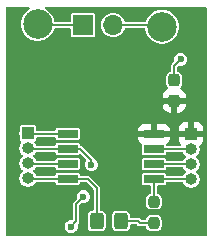
<source format=gbr>
G04 #@! TF.GenerationSoftware,KiCad,Pcbnew,8.0.1*
G04 #@! TF.CreationDate,2025-03-18T23:24:49-06:00*
G04 #@! TF.ProjectId,AlcoholSensor_Rev3,416c636f-686f-46c5-9365-6e736f725f52,rev?*
G04 #@! TF.SameCoordinates,Original*
G04 #@! TF.FileFunction,Copper,L1,Top*
G04 #@! TF.FilePolarity,Positive*
%FSLAX46Y46*%
G04 Gerber Fmt 4.6, Leading zero omitted, Abs format (unit mm)*
G04 Created by KiCad (PCBNEW 8.0.1) date 2025-03-18 23:24:49*
%MOMM*%
%LPD*%
G01*
G04 APERTURE LIST*
G04 Aperture macros list*
%AMRoundRect*
0 Rectangle with rounded corners*
0 $1 Rounding radius*
0 $2 $3 $4 $5 $6 $7 $8 $9 X,Y pos of 4 corners*
0 Add a 4 corners polygon primitive as box body*
4,1,4,$2,$3,$4,$5,$6,$7,$8,$9,$2,$3,0*
0 Add four circle primitives for the rounded corners*
1,1,$1+$1,$2,$3*
1,1,$1+$1,$4,$5*
1,1,$1+$1,$6,$7*
1,1,$1+$1,$8,$9*
0 Add four rect primitives between the rounded corners*
20,1,$1+$1,$2,$3,$4,$5,0*
20,1,$1+$1,$4,$5,$6,$7,0*
20,1,$1+$1,$6,$7,$8,$9,0*
20,1,$1+$1,$8,$9,$2,$3,0*%
G04 Aperture macros list end*
G04 #@! TA.AperFunction,SMDPad,CuDef*
%ADD10RoundRect,0.237500X-0.237500X0.300000X-0.237500X-0.300000X0.237500X-0.300000X0.237500X0.300000X0*%
G04 #@! TD*
G04 #@! TA.AperFunction,SMDPad,CuDef*
%ADD11RoundRect,0.237500X0.237500X-0.250000X0.237500X0.250000X-0.237500X0.250000X-0.237500X-0.250000X0*%
G04 #@! TD*
G04 #@! TA.AperFunction,ComponentPad*
%ADD12C,2.500000*%
G04 #@! TD*
G04 #@! TA.AperFunction,ComponentPad*
%ADD13R,1.000000X1.000000*%
G04 #@! TD*
G04 #@! TA.AperFunction,ComponentPad*
%ADD14O,1.000000X1.000000*%
G04 #@! TD*
G04 #@! TA.AperFunction,SMDPad,CuDef*
%ADD15R,1.700000X0.650000*%
G04 #@! TD*
G04 #@! TA.AperFunction,SMDPad,CuDef*
%ADD16RoundRect,0.250000X-0.325000X-0.450000X0.325000X-0.450000X0.325000X0.450000X-0.325000X0.450000X0*%
G04 #@! TD*
G04 #@! TA.AperFunction,ComponentPad*
%ADD17R,1.700000X1.700000*%
G04 #@! TD*
G04 #@! TA.AperFunction,ComponentPad*
%ADD18O,1.700000X1.700000*%
G04 #@! TD*
G04 #@! TA.AperFunction,ViaPad*
%ADD19C,0.600000*%
G04 #@! TD*
G04 #@! TA.AperFunction,Conductor*
%ADD20C,0.152400*%
G04 #@! TD*
G04 APERTURE END LIST*
D10*
X186120000Y-75495000D03*
X186120000Y-77220000D03*
D11*
X184410000Y-87590000D03*
X184410000Y-85765000D03*
D12*
X174560000Y-70740000D03*
D13*
X187550000Y-80050000D03*
D14*
X187550000Y-81320000D03*
X187550000Y-82590000D03*
X187550000Y-83860000D03*
D12*
X185090000Y-70960000D03*
D13*
X173740000Y-79980000D03*
D14*
X173740000Y-81250000D03*
X173740000Y-82520000D03*
X173740000Y-83790000D03*
D15*
X177110000Y-80040000D03*
X177110000Y-81310000D03*
X177110000Y-82580000D03*
X177110000Y-83850000D03*
X184410000Y-83850000D03*
X184410000Y-82580000D03*
X184410000Y-81310000D03*
X184410000Y-80040000D03*
D16*
X179560000Y-87410000D03*
X181610000Y-87410000D03*
D17*
X178420000Y-70830000D03*
D18*
X180960000Y-70830000D03*
D19*
X186660000Y-73720000D03*
X179100000Y-82640000D03*
X178440000Y-85350000D03*
X177400000Y-87900000D03*
D20*
X186120000Y-74260000D02*
X186660000Y-73720000D01*
X186120000Y-75495000D02*
X186120000Y-74260000D01*
X185390000Y-77220000D02*
X186120000Y-77220000D01*
X184410000Y-78200000D02*
X185390000Y-77220000D01*
X184410000Y-80040000D02*
X184410000Y-78200000D01*
X183230000Y-87590000D02*
X183050000Y-87410000D01*
X183050000Y-87410000D02*
X181610000Y-87410000D01*
X184410000Y-87590000D02*
X183230000Y-87590000D01*
X177110000Y-80040000D02*
X173800000Y-80040000D01*
X173800000Y-80040000D02*
X173740000Y-79980000D01*
X177110000Y-82580000D02*
X173800000Y-82580000D01*
X173800000Y-82580000D02*
X173740000Y-82520000D01*
X184410000Y-82580000D02*
X187540000Y-82580000D01*
X187540000Y-82580000D02*
X187550000Y-82590000D01*
X173800000Y-81310000D02*
X173740000Y-81250000D01*
X179100000Y-82230000D02*
X178180000Y-81310000D01*
X177110000Y-81310000D02*
X173800000Y-81310000D01*
X179100000Y-82640000D02*
X179100000Y-82230000D01*
X178180000Y-81310000D02*
X177110000Y-81310000D01*
X178420000Y-70830000D02*
X174650000Y-70830000D01*
X174650000Y-70830000D02*
X174560000Y-70740000D01*
X177400000Y-87900000D02*
X177850000Y-87450000D01*
X177850000Y-87450000D02*
X177850000Y-85940000D01*
X177850000Y-85940000D02*
X178440000Y-85350000D01*
X184410000Y-81310000D02*
X187540000Y-81310000D01*
X187540000Y-81310000D02*
X187550000Y-81320000D01*
X184410000Y-85765000D02*
X184410000Y-83850000D01*
X184420000Y-83860000D02*
X184410000Y-83850000D01*
X187550000Y-83860000D02*
X184420000Y-83860000D01*
X178790000Y-83850000D02*
X177110000Y-83850000D01*
X173800000Y-83850000D02*
X173740000Y-83790000D01*
X177110000Y-83850000D02*
X173800000Y-83850000D01*
X184960000Y-70830000D02*
X185090000Y-70960000D01*
X180960000Y-70830000D02*
X184960000Y-70830000D01*
X179560000Y-84620000D02*
X178790000Y-83850000D01*
X179560000Y-87410000D02*
X179560000Y-84620000D01*
X187540000Y-80040000D02*
X187550000Y-80050000D01*
X184410000Y-80040000D02*
X187540000Y-80040000D01*
G04 #@! TA.AperFunction,Conductor*
G36*
X173861049Y-69285185D02*
G01*
X173906804Y-69337989D01*
X173916748Y-69407147D01*
X173887723Y-69470703D01*
X173853029Y-69498554D01*
X173829702Y-69511177D01*
X173776114Y-69540178D01*
X173776108Y-69540182D01*
X173589329Y-69685558D01*
X173589326Y-69685561D01*
X173429003Y-69859718D01*
X173299543Y-70057873D01*
X173204458Y-70274644D01*
X173146351Y-70504107D01*
X173126805Y-70739994D01*
X173126805Y-70740005D01*
X173146351Y-70975892D01*
X173200782Y-71190840D01*
X173204459Y-71205358D01*
X173213258Y-71225417D01*
X173299543Y-71422126D01*
X173429003Y-71620281D01*
X173429006Y-71620285D01*
X173429008Y-71620287D01*
X173589323Y-71794436D01*
X173589326Y-71794438D01*
X173589329Y-71794441D01*
X173776108Y-71939817D01*
X173776114Y-71939821D01*
X173776117Y-71939823D01*
X173984292Y-72052482D01*
X174208171Y-72129340D01*
X174441648Y-72168300D01*
X174678352Y-72168300D01*
X174911829Y-72129340D01*
X175135708Y-72052482D01*
X175343883Y-71939823D01*
X175530677Y-71794436D01*
X175690992Y-71620287D01*
X175820457Y-71422125D01*
X175915541Y-71205358D01*
X175922454Y-71178059D01*
X175957994Y-71117904D01*
X176020415Y-71086512D01*
X176042660Y-71084500D01*
X177267701Y-71084500D01*
X177334740Y-71104185D01*
X177380495Y-71156989D01*
X177391701Y-71208500D01*
X177391701Y-71697560D01*
X177402045Y-71749569D01*
X177441453Y-71808547D01*
X177500431Y-71847955D01*
X177500432Y-71847955D01*
X177500433Y-71847956D01*
X177531578Y-71854150D01*
X177552439Y-71858300D01*
X179287560Y-71858299D01*
X179339569Y-71847955D01*
X179398547Y-71808547D01*
X179437955Y-71749569D01*
X179448300Y-71697561D01*
X179448299Y-70830000D01*
X179926724Y-70830000D01*
X179946577Y-71031580D01*
X179946578Y-71031582D01*
X179996420Y-71195892D01*
X180005378Y-71225420D01*
X180100864Y-71404060D01*
X180229363Y-71560636D01*
X180328659Y-71642126D01*
X180385943Y-71689138D01*
X180564582Y-71784623D01*
X180758418Y-71843422D01*
X180960000Y-71863276D01*
X181161582Y-71843422D01*
X181355418Y-71784623D01*
X181534057Y-71689138D01*
X181690636Y-71560636D01*
X181819138Y-71404057D01*
X181914623Y-71225418D01*
X181920708Y-71205358D01*
X181930675Y-71172504D01*
X181968973Y-71114065D01*
X182032785Y-71085609D01*
X182049335Y-71084500D01*
X183552971Y-71084500D01*
X183620010Y-71104185D01*
X183665765Y-71156989D01*
X183674648Y-71190983D01*
X183675508Y-71190840D01*
X183676350Y-71195890D01*
X183734458Y-71425355D01*
X183829543Y-71642126D01*
X183959003Y-71840281D01*
X183959006Y-71840285D01*
X183959008Y-71840287D01*
X184119323Y-72014436D01*
X184119326Y-72014438D01*
X184119329Y-72014441D01*
X184306108Y-72159817D01*
X184306114Y-72159821D01*
X184306117Y-72159823D01*
X184514292Y-72272482D01*
X184738171Y-72349340D01*
X184971648Y-72388300D01*
X185208352Y-72388300D01*
X185441829Y-72349340D01*
X185665708Y-72272482D01*
X185873883Y-72159823D01*
X186060677Y-72014436D01*
X186220992Y-71840287D01*
X186350457Y-71642125D01*
X186445541Y-71425358D01*
X186503648Y-71195896D01*
X186521878Y-70975896D01*
X186523195Y-70960005D01*
X186523195Y-70959994D01*
X186510163Y-70802736D01*
X186503648Y-70724104D01*
X186445541Y-70494642D01*
X186350457Y-70277875D01*
X186348345Y-70274642D01*
X186220996Y-70079718D01*
X186220993Y-70079715D01*
X186220992Y-70079713D01*
X186060677Y-69905564D01*
X186060672Y-69905560D01*
X186060670Y-69905558D01*
X185873891Y-69760182D01*
X185873885Y-69760178D01*
X185665709Y-69647518D01*
X185665700Y-69647515D01*
X185441831Y-69570660D01*
X185208352Y-69531700D01*
X184971648Y-69531700D01*
X184738168Y-69570660D01*
X184514299Y-69647515D01*
X184514290Y-69647518D01*
X184306114Y-69760178D01*
X184306108Y-69760182D01*
X184119329Y-69905558D01*
X184119326Y-69905561D01*
X183959003Y-70079718D01*
X183829543Y-70277873D01*
X183732399Y-70499339D01*
X183730630Y-70498563D01*
X183695061Y-70548779D01*
X183630262Y-70574909D01*
X183618166Y-70575500D01*
X182049335Y-70575500D01*
X181982296Y-70555815D01*
X181936541Y-70503011D01*
X181930675Y-70487496D01*
X181914623Y-70434582D01*
X181914621Y-70434579D01*
X181819138Y-70255943D01*
X181819135Y-70255939D01*
X181690636Y-70099363D01*
X181534060Y-69970864D01*
X181534058Y-69970863D01*
X181534057Y-69970862D01*
X181355418Y-69875377D01*
X181258500Y-69845977D01*
X181161580Y-69816577D01*
X180960000Y-69796724D01*
X180758419Y-69816577D01*
X180564579Y-69875378D01*
X180385939Y-69970864D01*
X180229363Y-70099363D01*
X180100864Y-70255939D01*
X180005378Y-70434579D01*
X179946577Y-70628419D01*
X179926724Y-70830000D01*
X179448299Y-70830000D01*
X179448299Y-69962440D01*
X179437955Y-69910431D01*
X179398547Y-69851453D01*
X179339569Y-69812045D01*
X179339568Y-69812044D01*
X179339567Y-69812044D01*
X179339566Y-69812043D01*
X179287563Y-69801700D01*
X177552441Y-69801700D01*
X177500430Y-69812045D01*
X177461022Y-69838377D01*
X177441455Y-69851452D01*
X177441452Y-69851454D01*
X177402044Y-69910432D01*
X177402043Y-69910433D01*
X177391700Y-69962434D01*
X177391700Y-70451500D01*
X177372015Y-70518539D01*
X177319211Y-70564294D01*
X177267700Y-70575500D01*
X176088241Y-70575500D01*
X176021202Y-70555815D01*
X175975447Y-70503011D01*
X175968035Y-70481940D01*
X175960327Y-70451500D01*
X175915541Y-70274642D01*
X175820457Y-70057875D01*
X175820456Y-70057873D01*
X175690996Y-69859718D01*
X175690993Y-69859715D01*
X175690992Y-69859713D01*
X175530677Y-69685564D01*
X175530672Y-69685560D01*
X175530670Y-69685558D01*
X175343891Y-69540182D01*
X175343885Y-69540178D01*
X175325980Y-69530488D01*
X175266971Y-69498554D01*
X175217382Y-69449335D01*
X175202274Y-69381119D01*
X175226444Y-69315563D01*
X175282220Y-69273482D01*
X175325990Y-69265500D01*
X188765500Y-69265500D01*
X188832539Y-69285185D01*
X188878294Y-69337989D01*
X188889500Y-69389500D01*
X188889500Y-88585500D01*
X188869815Y-88652539D01*
X188817011Y-88698294D01*
X188765500Y-88709500D01*
X172004500Y-88709500D01*
X171937461Y-88689815D01*
X171891706Y-88637011D01*
X171880500Y-88585500D01*
X171880500Y-87900000D01*
X176844750Y-87900000D01*
X176863670Y-88043708D01*
X176863671Y-88043712D01*
X176919137Y-88177622D01*
X176919138Y-88177624D01*
X176919139Y-88177625D01*
X177007379Y-88292621D01*
X177122375Y-88380861D01*
X177256291Y-88436330D01*
X177383280Y-88453048D01*
X177399999Y-88455250D01*
X177400000Y-88455250D01*
X177400001Y-88455250D01*
X177414977Y-88453278D01*
X177543709Y-88436330D01*
X177677625Y-88380861D01*
X177792621Y-88292621D01*
X177880861Y-88177625D01*
X177936330Y-88043709D01*
X177955250Y-87900000D01*
X177940506Y-87788015D01*
X177951271Y-87718983D01*
X177975761Y-87684154D01*
X177976721Y-87683195D01*
X177976724Y-87683193D01*
X177994162Y-87665755D01*
X177994163Y-87665755D01*
X178065755Y-87594163D01*
X178065755Y-87594161D01*
X178065757Y-87594160D01*
X178085127Y-87547393D01*
X178104500Y-87500623D01*
X178104500Y-86096780D01*
X178124185Y-86029741D01*
X178140819Y-86009099D01*
X178224153Y-85925765D01*
X178285476Y-85892280D01*
X178328018Y-85890507D01*
X178404154Y-85900530D01*
X178439999Y-85905250D01*
X178440000Y-85905250D01*
X178440001Y-85905250D01*
X178454977Y-85903278D01*
X178583709Y-85886330D01*
X178717625Y-85830861D01*
X178832621Y-85742621D01*
X178920861Y-85627625D01*
X178976330Y-85493709D01*
X178995250Y-85350000D01*
X178976330Y-85206291D01*
X178938359Y-85114619D01*
X178920862Y-85072377D01*
X178920861Y-85072376D01*
X178920861Y-85072375D01*
X178832621Y-84957379D01*
X178717625Y-84869139D01*
X178717624Y-84869138D01*
X178717622Y-84869137D01*
X178583712Y-84813671D01*
X178583710Y-84813670D01*
X178583709Y-84813670D01*
X178511854Y-84804210D01*
X178440001Y-84794750D01*
X178439999Y-84794750D01*
X178296291Y-84813670D01*
X178296287Y-84813671D01*
X178162377Y-84869137D01*
X178047379Y-84957379D01*
X177959137Y-85072377D01*
X177903671Y-85206287D01*
X177903670Y-85206291D01*
X177884750Y-85349999D01*
X177884750Y-85350002D01*
X177899492Y-85461980D01*
X177888726Y-85531015D01*
X177864234Y-85565846D01*
X177705837Y-85724245D01*
X177634244Y-85795837D01*
X177634242Y-85795839D01*
X177595501Y-85889373D01*
X177595500Y-85889378D01*
X177595500Y-87229093D01*
X177575815Y-87296132D01*
X177523011Y-87341887D01*
X177455315Y-87352032D01*
X177400002Y-87344750D01*
X177399999Y-87344750D01*
X177256291Y-87363670D01*
X177256287Y-87363671D01*
X177122377Y-87419137D01*
X177007379Y-87507379D01*
X176919137Y-87622377D01*
X176863671Y-87756287D01*
X176863670Y-87756291D01*
X176844750Y-87899999D01*
X176844750Y-87900000D01*
X171880500Y-87900000D01*
X171880500Y-83861457D01*
X173014499Y-83861457D01*
X173042379Y-84001614D01*
X173042381Y-84001620D01*
X173097069Y-84133650D01*
X173097074Y-84133659D01*
X173176467Y-84252478D01*
X173176470Y-84252482D01*
X173277517Y-84353529D01*
X173277521Y-84353532D01*
X173396340Y-84432925D01*
X173396346Y-84432928D01*
X173396347Y-84432929D01*
X173528380Y-84487619D01*
X173528384Y-84487619D01*
X173528385Y-84487620D01*
X173668542Y-84515500D01*
X173668545Y-84515500D01*
X173811457Y-84515500D01*
X173905751Y-84496742D01*
X173951620Y-84487619D01*
X174083653Y-84432929D01*
X174202479Y-84353532D01*
X174303532Y-84252479D01*
X174365586Y-84159609D01*
X174419198Y-84114804D01*
X174468688Y-84104500D01*
X175962421Y-84104500D01*
X176029460Y-84124185D01*
X176075215Y-84176989D01*
X176084037Y-84204306D01*
X176092045Y-84244569D01*
X176131453Y-84303547D01*
X176190431Y-84342955D01*
X176190432Y-84342955D01*
X176190433Y-84342956D01*
X176221578Y-84349150D01*
X176242439Y-84353300D01*
X177977560Y-84353299D01*
X178029569Y-84342955D01*
X178088547Y-84303547D01*
X178127955Y-84244569D01*
X178131896Y-84224753D01*
X178135964Y-84204308D01*
X178168349Y-84142397D01*
X178229065Y-84107823D01*
X178257581Y-84104500D01*
X178633220Y-84104500D01*
X178700259Y-84124185D01*
X178720901Y-84140819D01*
X179269181Y-84689098D01*
X179302666Y-84750421D01*
X179305500Y-84776779D01*
X179305500Y-86407700D01*
X179285815Y-86474739D01*
X179233011Y-86520494D01*
X179186266Y-86530687D01*
X179186308Y-86531565D01*
X179183416Y-86531700D01*
X179154479Y-86534412D01*
X179154476Y-86534412D01*
X179154475Y-86534413D01*
X179032608Y-86577056D01*
X179032607Y-86577056D01*
X179032606Y-86577057D01*
X178928725Y-86653725D01*
X178852055Y-86757609D01*
X178809414Y-86879467D01*
X178809412Y-86879479D01*
X178806700Y-86908402D01*
X178806700Y-87911590D01*
X178809412Y-87940520D01*
X178809412Y-87940522D01*
X178809413Y-87940525D01*
X178852056Y-88062392D01*
X178928725Y-88166275D01*
X179032608Y-88242944D01*
X179069346Y-88255799D01*
X179154467Y-88285585D01*
X179154471Y-88285585D01*
X179154475Y-88285587D01*
X179183407Y-88288300D01*
X179936592Y-88288299D01*
X179965525Y-88285587D01*
X180087392Y-88242944D01*
X180191275Y-88166275D01*
X180267944Y-88062392D01*
X180300241Y-87970093D01*
X180310585Y-87940532D01*
X180310585Y-87940529D01*
X180310587Y-87940525D01*
X180313300Y-87911593D01*
X180313300Y-87911590D01*
X180856700Y-87911590D01*
X180859412Y-87940520D01*
X180859412Y-87940522D01*
X180859413Y-87940525D01*
X180902056Y-88062392D01*
X180978725Y-88166275D01*
X181082608Y-88242944D01*
X181119346Y-88255799D01*
X181204467Y-88285585D01*
X181204471Y-88285585D01*
X181204475Y-88285587D01*
X181233407Y-88288300D01*
X181986592Y-88288299D01*
X182015525Y-88285587D01*
X182137392Y-88242944D01*
X182241275Y-88166275D01*
X182317944Y-88062392D01*
X182350241Y-87970093D01*
X182360585Y-87940532D01*
X182360585Y-87940529D01*
X182360587Y-87940525D01*
X182363300Y-87911593D01*
X182363300Y-87788500D01*
X182382985Y-87721461D01*
X182435789Y-87675706D01*
X182487300Y-87664500D01*
X182893220Y-87664500D01*
X182960259Y-87684185D01*
X182980901Y-87700819D01*
X183014245Y-87734163D01*
X183085837Y-87805755D01*
X183151974Y-87833149D01*
X183151977Y-87833151D01*
X183151978Y-87833151D01*
X183163327Y-87837851D01*
X183179376Y-87844500D01*
X183179377Y-87844500D01*
X183646323Y-87844500D01*
X183713362Y-87864185D01*
X183759117Y-87916989D01*
X183768796Y-87949102D01*
X183772119Y-87970086D01*
X183772119Y-87970087D01*
X183772120Y-87970090D01*
X183772121Y-87970091D01*
X183831918Y-88087448D01*
X183831920Y-88087450D01*
X183831922Y-88087453D01*
X183925046Y-88180577D01*
X183925055Y-88180584D01*
X184042406Y-88240378D01*
X184042411Y-88240380D01*
X184139769Y-88255799D01*
X184139775Y-88255800D01*
X184680224Y-88255799D01*
X184777591Y-88240379D01*
X184894948Y-88180582D01*
X184988082Y-88087448D01*
X185047879Y-87970091D01*
X185047879Y-87970090D01*
X185047880Y-87970088D01*
X185063299Y-87872730D01*
X185063300Y-87872725D01*
X185063299Y-87307276D01*
X185047879Y-87209909D01*
X184988082Y-87092552D01*
X184988078Y-87092548D01*
X184988077Y-87092546D01*
X184894953Y-86999422D01*
X184894944Y-86999415D01*
X184777593Y-86939621D01*
X184777588Y-86939619D01*
X184680230Y-86924200D01*
X184139776Y-86924200D01*
X184055721Y-86937512D01*
X184042409Y-86939621D01*
X183925052Y-86999418D01*
X183925051Y-86999419D01*
X183925046Y-86999422D01*
X183831922Y-87092546D01*
X183831915Y-87092555D01*
X183772121Y-87209906D01*
X183772119Y-87209911D01*
X183768796Y-87230898D01*
X183738867Y-87294033D01*
X183679555Y-87330964D01*
X183646323Y-87335500D01*
X183386780Y-87335500D01*
X183319741Y-87315815D01*
X183299098Y-87299181D01*
X183194163Y-87194245D01*
X183194158Y-87194242D01*
X183100626Y-87155501D01*
X183100624Y-87155500D01*
X183100623Y-87155500D01*
X183100621Y-87155500D01*
X182487299Y-87155500D01*
X182420260Y-87135815D01*
X182374505Y-87083011D01*
X182363299Y-87031500D01*
X182363299Y-86908409D01*
X182360587Y-86879479D01*
X182360587Y-86879475D01*
X182317944Y-86757608D01*
X182241275Y-86653725D01*
X182137392Y-86577056D01*
X182137390Y-86577055D01*
X182015532Y-86534414D01*
X182015520Y-86534412D01*
X181986597Y-86531700D01*
X181233409Y-86531700D01*
X181204479Y-86534412D01*
X181204476Y-86534412D01*
X181204475Y-86534413D01*
X181082608Y-86577056D01*
X181082607Y-86577056D01*
X181082606Y-86577057D01*
X180978725Y-86653725D01*
X180902055Y-86757609D01*
X180859414Y-86879467D01*
X180859412Y-86879479D01*
X180856700Y-86908402D01*
X180856700Y-87911590D01*
X180313300Y-87911590D01*
X180313299Y-86908408D01*
X180310587Y-86879475D01*
X180267944Y-86757608D01*
X180191275Y-86653725D01*
X180087392Y-86577056D01*
X180087390Y-86577055D01*
X179965532Y-86534414D01*
X179965520Y-86534412D01*
X179936590Y-86531699D01*
X179933697Y-86531564D01*
X179933755Y-86530306D01*
X179871461Y-86512015D01*
X179825706Y-86459211D01*
X179814500Y-86407700D01*
X179814500Y-84569378D01*
X179814498Y-84569373D01*
X179775757Y-84475839D01*
X179697098Y-84397180D01*
X179697091Y-84397174D01*
X178934162Y-83634244D01*
X178934160Y-83634242D01*
X178840626Y-83595501D01*
X178840624Y-83595500D01*
X178840623Y-83595500D01*
X178840621Y-83595500D01*
X178257579Y-83595500D01*
X178190540Y-83575815D01*
X178144785Y-83523011D01*
X178135962Y-83495692D01*
X178127955Y-83455431D01*
X178088547Y-83396453D01*
X178029569Y-83357045D01*
X178029568Y-83357044D01*
X178029567Y-83357044D01*
X178029566Y-83357043D01*
X177977563Y-83346700D01*
X176242441Y-83346700D01*
X176190430Y-83357045D01*
X176151022Y-83383377D01*
X176131455Y-83396452D01*
X176131452Y-83396454D01*
X176092044Y-83455432D01*
X176092044Y-83455433D01*
X176084036Y-83495692D01*
X176051651Y-83557603D01*
X175990935Y-83592177D01*
X175962419Y-83595500D01*
X174527564Y-83595500D01*
X174460525Y-83575815D01*
X174414770Y-83523011D01*
X174413003Y-83518952D01*
X174382932Y-83446353D01*
X174382925Y-83446340D01*
X174303532Y-83327521D01*
X174303529Y-83327517D01*
X174218693Y-83242681D01*
X174185208Y-83181358D01*
X174190192Y-83111666D01*
X174218693Y-83067319D01*
X174303529Y-82982482D01*
X174303532Y-82982479D01*
X174365586Y-82889609D01*
X174419198Y-82844804D01*
X174468688Y-82834500D01*
X175962421Y-82834500D01*
X176029460Y-82854185D01*
X176075215Y-82906989D01*
X176084037Y-82934306D01*
X176092045Y-82974569D01*
X176131453Y-83033547D01*
X176190431Y-83072955D01*
X176190432Y-83072955D01*
X176190433Y-83072956D01*
X176221578Y-83079150D01*
X176242439Y-83083300D01*
X177977560Y-83083299D01*
X178029569Y-83072955D01*
X178088547Y-83033547D01*
X178127955Y-82974569D01*
X178138300Y-82922561D01*
X178138299Y-82237440D01*
X178127955Y-82185431D01*
X178088547Y-82126453D01*
X178029569Y-82087045D01*
X178029568Y-82087044D01*
X178029567Y-82087044D01*
X178029566Y-82087043D01*
X177977563Y-82076700D01*
X176242441Y-82076700D01*
X176190430Y-82087045D01*
X176162509Y-82105702D01*
X176131455Y-82126452D01*
X176131452Y-82126454D01*
X176092044Y-82185432D01*
X176092044Y-82185433D01*
X176084036Y-82225692D01*
X176051651Y-82287603D01*
X175990935Y-82322177D01*
X175962419Y-82325500D01*
X174527564Y-82325500D01*
X174460525Y-82305815D01*
X174414770Y-82253011D01*
X174413003Y-82248952D01*
X174382932Y-82176353D01*
X174382925Y-82176340D01*
X174303532Y-82057521D01*
X174303529Y-82057517D01*
X174218693Y-81972681D01*
X174185208Y-81911358D01*
X174190192Y-81841666D01*
X174218693Y-81797319D01*
X174303529Y-81712482D01*
X174303532Y-81712479D01*
X174365586Y-81619609D01*
X174419198Y-81574804D01*
X174468688Y-81564500D01*
X175962421Y-81564500D01*
X176029460Y-81584185D01*
X176075215Y-81636989D01*
X176084037Y-81664306D01*
X176092045Y-81704569D01*
X176131453Y-81763547D01*
X176190431Y-81802955D01*
X176190432Y-81802955D01*
X176190433Y-81802956D01*
X176221578Y-81809150D01*
X176242439Y-81813300D01*
X177977560Y-81813299D01*
X178029569Y-81802955D01*
X178088547Y-81763547D01*
X178088551Y-81763540D01*
X178093404Y-81758689D01*
X178154725Y-81725202D01*
X178224417Y-81730184D01*
X178268766Y-81758684D01*
X178438417Y-81928334D01*
X178652229Y-82142146D01*
X178685714Y-82203469D01*
X178680730Y-82273161D01*
X178662924Y-82305313D01*
X178619139Y-82362374D01*
X178619138Y-82362376D01*
X178563671Y-82496287D01*
X178563670Y-82496291D01*
X178544750Y-82640000D01*
X178556811Y-82731614D01*
X178563670Y-82783708D01*
X178563671Y-82783712D01*
X178619137Y-82917622D01*
X178619138Y-82917624D01*
X178619139Y-82917625D01*
X178707379Y-83032621D01*
X178822375Y-83120861D01*
X178956291Y-83176330D01*
X179083280Y-83193048D01*
X179099999Y-83195250D01*
X179100000Y-83195250D01*
X179100001Y-83195250D01*
X179114977Y-83193278D01*
X179243709Y-83176330D01*
X179377625Y-83120861D01*
X179492621Y-83032621D01*
X179580861Y-82917625D01*
X179636330Y-82783709D01*
X179655250Y-82640000D01*
X179636330Y-82496291D01*
X179599350Y-82407013D01*
X179580862Y-82362377D01*
X179580861Y-82362376D01*
X179580861Y-82362375D01*
X179492621Y-82247379D01*
X179377625Y-82159139D01*
X179377623Y-82159138D01*
X179377615Y-82159132D01*
X179372660Y-82156271D01*
X179324447Y-82105702D01*
X179320113Y-82096359D01*
X179315755Y-82085837D01*
X179244163Y-82014245D01*
X179237098Y-82007180D01*
X179237091Y-82007174D01*
X178324162Y-81094244D01*
X178324160Y-81094242D01*
X178219340Y-81050826D01*
X178220130Y-81048918D01*
X178172082Y-81023784D01*
X178137509Y-80963067D01*
X178136575Y-80958775D01*
X178127955Y-80915431D01*
X178088547Y-80856453D01*
X178029569Y-80817045D01*
X178029568Y-80817044D01*
X178029567Y-80817044D01*
X178029566Y-80817043D01*
X177977563Y-80806700D01*
X176242441Y-80806700D01*
X176190430Y-80817045D01*
X176151022Y-80843377D01*
X176131455Y-80856452D01*
X176131452Y-80856454D01*
X176092044Y-80915432D01*
X176092044Y-80915433D01*
X176084036Y-80955692D01*
X176051651Y-81017603D01*
X175990935Y-81052177D01*
X175962419Y-81055500D01*
X174527564Y-81055500D01*
X174460525Y-81035815D01*
X174414770Y-80983011D01*
X174413003Y-80978952D01*
X174382932Y-80906353D01*
X174382925Y-80906340D01*
X174309815Y-80796924D01*
X174288937Y-80730247D01*
X174307421Y-80662867D01*
X174344024Y-80624932D01*
X174368547Y-80608547D01*
X174407955Y-80549569D01*
X174409203Y-80543299D01*
X174418299Y-80497565D01*
X174418300Y-80497562D01*
X174418300Y-80418500D01*
X174437985Y-80351461D01*
X174490789Y-80305706D01*
X174542300Y-80294500D01*
X175962421Y-80294500D01*
X176029460Y-80314185D01*
X176075215Y-80366989D01*
X176084037Y-80394306D01*
X176092045Y-80434569D01*
X176131453Y-80493547D01*
X176190431Y-80532955D01*
X176190432Y-80532955D01*
X176190433Y-80532956D01*
X176221578Y-80539150D01*
X176242439Y-80543300D01*
X177977560Y-80543299D01*
X178029569Y-80532955D01*
X178088547Y-80493547D01*
X178127955Y-80434569D01*
X178131152Y-80418500D01*
X178132277Y-80412844D01*
X183060000Y-80412844D01*
X183066401Y-80472372D01*
X183066403Y-80472379D01*
X183116645Y-80607086D01*
X183116649Y-80607093D01*
X183202809Y-80722187D01*
X183202812Y-80722190D01*
X183317910Y-80808353D01*
X183324028Y-80811694D01*
X183373434Y-80861099D01*
X183388286Y-80929372D01*
X183386220Y-80944713D01*
X183383431Y-80958740D01*
X183381700Y-80967440D01*
X183381700Y-81652558D01*
X183384038Y-81664312D01*
X183392045Y-81704569D01*
X183431453Y-81763547D01*
X183490431Y-81802955D01*
X183490432Y-81802955D01*
X183490433Y-81802956D01*
X183521578Y-81809150D01*
X183542439Y-81813300D01*
X185277560Y-81813299D01*
X185329569Y-81802955D01*
X185388547Y-81763547D01*
X185427955Y-81704569D01*
X185435963Y-81664312D01*
X185435964Y-81664308D01*
X185468349Y-81602397D01*
X185529065Y-81567823D01*
X185557581Y-81564500D01*
X186783146Y-81564500D01*
X186850185Y-81584185D01*
X186895940Y-81636989D01*
X186897707Y-81641047D01*
X186907069Y-81663649D01*
X186907074Y-81663659D01*
X186986467Y-81782478D01*
X186986470Y-81782482D01*
X187071307Y-81867319D01*
X187104792Y-81928642D01*
X187099808Y-81998334D01*
X187071307Y-82042681D01*
X186986470Y-82127517D01*
X186986467Y-82127521D01*
X186907074Y-82246340D01*
X186907066Y-82246354D01*
X186905989Y-82248957D01*
X186905060Y-82250109D01*
X186904201Y-82251717D01*
X186903896Y-82251554D01*
X186862146Y-82303359D01*
X186795851Y-82325421D01*
X186791430Y-82325500D01*
X185557579Y-82325500D01*
X185490540Y-82305815D01*
X185444785Y-82253011D01*
X185435962Y-82225692D01*
X185427955Y-82185431D01*
X185388547Y-82126453D01*
X185329569Y-82087045D01*
X185329568Y-82087044D01*
X185329567Y-82087044D01*
X185329566Y-82087043D01*
X185277563Y-82076700D01*
X183542441Y-82076700D01*
X183490430Y-82087045D01*
X183462509Y-82105702D01*
X183431455Y-82126452D01*
X183431452Y-82126454D01*
X183392044Y-82185432D01*
X183392043Y-82185433D01*
X183381700Y-82237434D01*
X183381700Y-82922558D01*
X183384038Y-82934312D01*
X183392045Y-82974569D01*
X183431453Y-83033547D01*
X183490431Y-83072955D01*
X183490432Y-83072955D01*
X183490433Y-83072956D01*
X183521578Y-83079150D01*
X183542439Y-83083300D01*
X185277560Y-83083299D01*
X185329569Y-83072955D01*
X185388547Y-83033547D01*
X185427955Y-82974569D01*
X185435963Y-82934312D01*
X185435964Y-82934308D01*
X185468349Y-82872397D01*
X185529065Y-82837823D01*
X185557581Y-82834500D01*
X186783146Y-82834500D01*
X186850185Y-82854185D01*
X186895940Y-82906989D01*
X186897707Y-82911047D01*
X186907069Y-82933649D01*
X186907074Y-82933659D01*
X186986467Y-83052478D01*
X186986470Y-83052482D01*
X187071307Y-83137319D01*
X187104792Y-83198642D01*
X187099808Y-83268334D01*
X187071307Y-83312681D01*
X186986470Y-83397517D01*
X186986467Y-83397521D01*
X186907073Y-83516342D01*
X186907071Y-83516347D01*
X186901849Y-83528952D01*
X186858011Y-83583355D01*
X186791717Y-83605421D01*
X186787289Y-83605500D01*
X185559568Y-83605500D01*
X185492529Y-83585815D01*
X185446774Y-83533011D01*
X185437951Y-83505692D01*
X185427955Y-83455431D01*
X185388547Y-83396453D01*
X185329569Y-83357045D01*
X185329568Y-83357044D01*
X185329567Y-83357044D01*
X185329566Y-83357043D01*
X185277563Y-83346700D01*
X183542441Y-83346700D01*
X183490430Y-83357045D01*
X183451022Y-83383377D01*
X183431455Y-83396452D01*
X183431452Y-83396454D01*
X183392044Y-83455432D01*
X183392043Y-83455433D01*
X183381700Y-83507434D01*
X183381700Y-84192558D01*
X183384038Y-84204312D01*
X183392045Y-84244569D01*
X183431453Y-84303547D01*
X183490431Y-84342955D01*
X183490432Y-84342955D01*
X183490433Y-84342956D01*
X183521578Y-84349150D01*
X183542439Y-84353300D01*
X184031500Y-84353299D01*
X184098539Y-84372983D01*
X184144294Y-84425787D01*
X184155500Y-84477299D01*
X184155500Y-84990803D01*
X184135815Y-85057842D01*
X184083011Y-85103597D01*
X184050898Y-85113276D01*
X184042412Y-85114619D01*
X183984894Y-85143926D01*
X183925052Y-85174418D01*
X183925051Y-85174419D01*
X183925046Y-85174422D01*
X183831922Y-85267546D01*
X183831915Y-85267555D01*
X183772121Y-85384906D01*
X183772119Y-85384911D01*
X183756700Y-85482269D01*
X183756700Y-86047723D01*
X183764470Y-86096780D01*
X183772121Y-86145091D01*
X183831918Y-86262448D01*
X183831920Y-86262450D01*
X183831922Y-86262453D01*
X183925046Y-86355577D01*
X183925055Y-86355584D01*
X184042406Y-86415378D01*
X184042411Y-86415380D01*
X184139769Y-86430799D01*
X184139775Y-86430800D01*
X184680224Y-86430799D01*
X184777591Y-86415379D01*
X184894948Y-86355582D01*
X184988082Y-86262448D01*
X185047879Y-86145091D01*
X185047879Y-86145090D01*
X185047880Y-86145088D01*
X185063299Y-86047730D01*
X185063300Y-86047725D01*
X185063299Y-85482276D01*
X185047879Y-85384909D01*
X184988082Y-85267552D01*
X184988078Y-85267548D01*
X184988077Y-85267546D01*
X184894953Y-85174422D01*
X184894944Y-85174415D01*
X184777593Y-85114621D01*
X184777590Y-85114620D01*
X184769097Y-85113275D01*
X184705963Y-85083342D01*
X184669035Y-85024029D01*
X184664500Y-84990802D01*
X184664500Y-84477299D01*
X184684185Y-84410260D01*
X184736989Y-84364505D01*
X184788500Y-84353299D01*
X185277558Y-84353299D01*
X185277560Y-84353299D01*
X185329569Y-84342955D01*
X185388547Y-84303547D01*
X185427955Y-84244569D01*
X185430656Y-84230985D01*
X185433975Y-84214308D01*
X185466360Y-84152397D01*
X185527076Y-84117823D01*
X185555592Y-84114500D01*
X186787289Y-84114500D01*
X186854328Y-84134185D01*
X186900083Y-84186989D01*
X186901836Y-84191016D01*
X186902477Y-84192561D01*
X186907073Y-84203657D01*
X186986467Y-84322478D01*
X186986470Y-84322482D01*
X187087517Y-84423529D01*
X187087521Y-84423532D01*
X187206340Y-84502925D01*
X187206346Y-84502928D01*
X187206347Y-84502929D01*
X187338380Y-84557619D01*
X187338384Y-84557619D01*
X187338385Y-84557620D01*
X187478542Y-84585500D01*
X187478545Y-84585500D01*
X187621457Y-84585500D01*
X187715751Y-84566742D01*
X187761620Y-84557619D01*
X187893653Y-84502929D01*
X188012479Y-84423532D01*
X188113532Y-84322479D01*
X188192929Y-84203653D01*
X188247619Y-84071620D01*
X188275500Y-83931455D01*
X188275500Y-83788545D01*
X188275500Y-83788542D01*
X188247620Y-83648385D01*
X188247619Y-83648384D01*
X188247619Y-83648380D01*
X188205318Y-83546258D01*
X188192930Y-83516349D01*
X188192925Y-83516340D01*
X188113532Y-83397521D01*
X188113529Y-83397517D01*
X188028693Y-83312681D01*
X187995208Y-83251358D01*
X188000192Y-83181666D01*
X188028693Y-83137319D01*
X188113529Y-83052482D01*
X188113532Y-83052479D01*
X188192929Y-82933653D01*
X188247619Y-82801620D01*
X188275500Y-82661455D01*
X188275500Y-82518545D01*
X188275500Y-82518542D01*
X188247620Y-82378385D01*
X188247619Y-82378384D01*
X188247619Y-82378380D01*
X188194008Y-82248952D01*
X188192930Y-82246349D01*
X188192925Y-82246340D01*
X188113532Y-82127521D01*
X188113529Y-82127517D01*
X188028693Y-82042681D01*
X187995208Y-81981358D01*
X188000192Y-81911666D01*
X188028693Y-81867319D01*
X188113529Y-81782482D01*
X188113532Y-81782479D01*
X188192929Y-81663653D01*
X188247619Y-81531620D01*
X188275500Y-81391455D01*
X188275500Y-81248545D01*
X188275500Y-81248542D01*
X188248711Y-81113870D01*
X188254938Y-81044278D01*
X188296017Y-80990411D01*
X188407191Y-80907186D01*
X188493350Y-80792093D01*
X188493354Y-80792086D01*
X188543596Y-80657379D01*
X188543598Y-80657372D01*
X188549999Y-80597844D01*
X188550000Y-80597827D01*
X188550000Y-80300000D01*
X187759618Y-80300000D01*
X187810064Y-80249554D01*
X187852851Y-80175445D01*
X187875000Y-80092787D01*
X187875000Y-80007213D01*
X187852851Y-79924555D01*
X187810064Y-79850446D01*
X187749554Y-79789936D01*
X187675445Y-79747149D01*
X187592787Y-79725000D01*
X187507213Y-79725000D01*
X187424555Y-79747149D01*
X187350446Y-79789936D01*
X187289936Y-79850446D01*
X187247149Y-79924555D01*
X187225000Y-80007213D01*
X187225000Y-80092787D01*
X187247149Y-80175445D01*
X187289936Y-80249554D01*
X187340382Y-80300000D01*
X186550000Y-80300000D01*
X186550000Y-80597844D01*
X186556401Y-80657372D01*
X186556403Y-80657379D01*
X186606645Y-80792086D01*
X186606646Y-80792088D01*
X186655381Y-80857189D01*
X186679798Y-80922653D01*
X186664947Y-80990926D01*
X186615542Y-81040332D01*
X186556114Y-81055500D01*
X185557579Y-81055500D01*
X185490540Y-81035815D01*
X185444785Y-80983011D01*
X185435963Y-80955698D01*
X185433779Y-80944715D01*
X185440006Y-80875127D01*
X185482868Y-80819949D01*
X185495976Y-80811690D01*
X185502095Y-80808348D01*
X185617187Y-80722190D01*
X185617190Y-80722187D01*
X185703350Y-80607093D01*
X185703354Y-80607086D01*
X185753596Y-80472379D01*
X185753598Y-80472372D01*
X185759999Y-80412844D01*
X185760000Y-80412827D01*
X185760000Y-80290000D01*
X183060000Y-80290000D01*
X183060000Y-80412844D01*
X178132277Y-80412844D01*
X178138299Y-80382565D01*
X178138300Y-80382561D01*
X178138299Y-79800000D01*
X186550000Y-79800000D01*
X187300000Y-79800000D01*
X187300000Y-79050000D01*
X187800000Y-79050000D01*
X187800000Y-79800000D01*
X188550000Y-79800000D01*
X188550000Y-79502172D01*
X188549999Y-79502155D01*
X188543598Y-79442627D01*
X188543596Y-79442620D01*
X188493354Y-79307913D01*
X188493350Y-79307906D01*
X188407190Y-79192812D01*
X188407187Y-79192809D01*
X188292093Y-79106649D01*
X188292086Y-79106645D01*
X188157379Y-79056403D01*
X188157372Y-79056401D01*
X188097844Y-79050000D01*
X187800000Y-79050000D01*
X187300000Y-79050000D01*
X187002155Y-79050000D01*
X186942627Y-79056401D01*
X186942620Y-79056403D01*
X186807913Y-79106645D01*
X186807906Y-79106649D01*
X186692812Y-79192809D01*
X186692809Y-79192812D01*
X186606649Y-79307906D01*
X186606645Y-79307913D01*
X186556403Y-79442620D01*
X186556401Y-79442627D01*
X186550000Y-79502155D01*
X186550000Y-79800000D01*
X178138299Y-79800000D01*
X178138299Y-79790000D01*
X183060000Y-79790000D01*
X184160000Y-79790000D01*
X184160000Y-79215000D01*
X184660000Y-79215000D01*
X184660000Y-79790000D01*
X185760000Y-79790000D01*
X185760000Y-79667172D01*
X185759999Y-79667155D01*
X185753598Y-79607627D01*
X185753596Y-79607620D01*
X185703354Y-79472913D01*
X185703350Y-79472906D01*
X185617190Y-79357812D01*
X185617187Y-79357809D01*
X185502093Y-79271649D01*
X185502086Y-79271645D01*
X185367379Y-79221403D01*
X185367372Y-79221401D01*
X185307844Y-79215000D01*
X184660000Y-79215000D01*
X184160000Y-79215000D01*
X183512155Y-79215000D01*
X183452627Y-79221401D01*
X183452620Y-79221403D01*
X183317913Y-79271645D01*
X183317906Y-79271649D01*
X183202812Y-79357809D01*
X183202809Y-79357812D01*
X183116649Y-79472906D01*
X183116645Y-79472913D01*
X183066403Y-79607620D01*
X183066401Y-79607627D01*
X183060000Y-79667155D01*
X183060000Y-79790000D01*
X178138299Y-79790000D01*
X178138299Y-79697440D01*
X178127955Y-79645431D01*
X178088547Y-79586453D01*
X178029569Y-79547045D01*
X178029568Y-79547044D01*
X178029567Y-79547044D01*
X178029566Y-79547043D01*
X177977563Y-79536700D01*
X176242441Y-79536700D01*
X176190430Y-79547045D01*
X176151022Y-79573377D01*
X176131455Y-79586452D01*
X176131452Y-79586454D01*
X176092044Y-79645432D01*
X176092044Y-79645433D01*
X176084036Y-79685692D01*
X176051651Y-79747603D01*
X175990935Y-79782177D01*
X175962419Y-79785500D01*
X174542299Y-79785500D01*
X174475260Y-79765815D01*
X174429505Y-79713011D01*
X174418299Y-79661500D01*
X174418299Y-79462441D01*
X174407955Y-79410433D01*
X174407955Y-79410431D01*
X174368547Y-79351453D01*
X174309569Y-79312045D01*
X174309568Y-79312044D01*
X174309567Y-79312044D01*
X174309566Y-79312043D01*
X174257565Y-79301700D01*
X174257561Y-79301700D01*
X174022925Y-79301700D01*
X173975472Y-79292261D01*
X173951620Y-79282381D01*
X173951614Y-79282379D01*
X173811457Y-79254500D01*
X173811455Y-79254500D01*
X173668545Y-79254500D01*
X173668543Y-79254500D01*
X173528381Y-79282380D01*
X173528378Y-79282381D01*
X173504523Y-79292262D01*
X173457073Y-79301700D01*
X173222441Y-79301700D01*
X173170430Y-79312045D01*
X173131022Y-79338377D01*
X173111455Y-79351452D01*
X173111452Y-79351454D01*
X173072044Y-79410432D01*
X173072043Y-79410433D01*
X173061700Y-79462434D01*
X173061700Y-79697075D01*
X173052262Y-79744523D01*
X173042381Y-79768380D01*
X173042380Y-79768383D01*
X173042379Y-79768386D01*
X173014500Y-79908542D01*
X173014500Y-79908545D01*
X173014500Y-80051455D01*
X173014500Y-80051457D01*
X173014499Y-80051457D01*
X173042379Y-80191613D01*
X173042380Y-80191617D01*
X173042381Y-80191620D01*
X173052261Y-80215474D01*
X173061700Y-80262923D01*
X173061700Y-80497558D01*
X173068741Y-80532956D01*
X173072045Y-80549569D01*
X173111453Y-80608547D01*
X173135974Y-80624931D01*
X173180777Y-80678541D01*
X173189485Y-80747866D01*
X173170185Y-80796922D01*
X173097073Y-80906342D01*
X173097069Y-80906349D01*
X173042381Y-81038379D01*
X173042379Y-81038385D01*
X173014500Y-81178542D01*
X173014500Y-81178545D01*
X173014500Y-81321455D01*
X173014500Y-81321457D01*
X173014499Y-81321457D01*
X173042379Y-81461614D01*
X173042381Y-81461620D01*
X173097069Y-81593650D01*
X173097074Y-81593659D01*
X173176467Y-81712478D01*
X173176470Y-81712482D01*
X173261307Y-81797319D01*
X173294792Y-81858642D01*
X173289808Y-81928334D01*
X173261307Y-81972681D01*
X173176470Y-82057517D01*
X173176467Y-82057521D01*
X173097074Y-82176340D01*
X173097069Y-82176349D01*
X173042381Y-82308379D01*
X173042379Y-82308385D01*
X173014500Y-82448542D01*
X173014500Y-82448545D01*
X173014500Y-82591455D01*
X173014500Y-82591457D01*
X173014499Y-82591457D01*
X173042379Y-82731614D01*
X173042381Y-82731620D01*
X173097069Y-82863650D01*
X173097074Y-82863659D01*
X173176467Y-82982478D01*
X173176470Y-82982482D01*
X173261307Y-83067319D01*
X173294792Y-83128642D01*
X173289808Y-83198334D01*
X173261307Y-83242681D01*
X173176470Y-83327517D01*
X173176467Y-83327521D01*
X173097074Y-83446340D01*
X173097069Y-83446349D01*
X173042381Y-83578379D01*
X173042379Y-83578385D01*
X173014500Y-83718542D01*
X173014500Y-83718545D01*
X173014500Y-83861455D01*
X173014500Y-83861457D01*
X173014499Y-83861457D01*
X171880500Y-83861457D01*
X171880500Y-77470000D01*
X185145001Y-77470000D01*
X185145001Y-77569154D01*
X185155319Y-77670152D01*
X185209546Y-77833800D01*
X185209551Y-77833811D01*
X185300052Y-77980534D01*
X185300055Y-77980538D01*
X185421961Y-78102444D01*
X185421965Y-78102447D01*
X185568688Y-78192948D01*
X185568699Y-78192953D01*
X185732347Y-78247180D01*
X185833352Y-78257499D01*
X185870000Y-78257499D01*
X185870000Y-77470000D01*
X186370000Y-77470000D01*
X186370000Y-78257499D01*
X186406640Y-78257499D01*
X186406654Y-78257498D01*
X186507652Y-78247180D01*
X186671300Y-78192953D01*
X186671311Y-78192948D01*
X186818034Y-78102447D01*
X186818038Y-78102444D01*
X186939944Y-77980538D01*
X186939947Y-77980534D01*
X187030448Y-77833811D01*
X187030453Y-77833800D01*
X187084680Y-77670152D01*
X187094999Y-77569154D01*
X187095000Y-77569141D01*
X187095000Y-77470000D01*
X186370000Y-77470000D01*
X185870000Y-77470000D01*
X185145001Y-77470000D01*
X171880500Y-77470000D01*
X171880500Y-76970000D01*
X185145000Y-76970000D01*
X187094999Y-76970000D01*
X187094999Y-76870860D01*
X187094998Y-76870845D01*
X187084680Y-76769847D01*
X187030453Y-76606199D01*
X187030448Y-76606188D01*
X186939947Y-76459465D01*
X186939944Y-76459461D01*
X186818038Y-76337555D01*
X186818034Y-76337552D01*
X186694796Y-76261537D01*
X186648071Y-76209589D01*
X186636850Y-76140626D01*
X186664693Y-76076544D01*
X186672202Y-76068327D01*
X186698082Y-76042448D01*
X186757879Y-75925091D01*
X186757879Y-75925090D01*
X186757880Y-75925088D01*
X186773299Y-75827730D01*
X186773300Y-75827725D01*
X186773299Y-75162276D01*
X186757879Y-75064909D01*
X186698082Y-74947552D01*
X186698078Y-74947548D01*
X186698077Y-74947546D01*
X186604953Y-74854422D01*
X186604944Y-74854415D01*
X186487593Y-74794621D01*
X186487590Y-74794620D01*
X186479097Y-74793275D01*
X186415963Y-74763342D01*
X186379035Y-74704029D01*
X186374500Y-74670802D01*
X186374500Y-74416779D01*
X186394185Y-74349740D01*
X186410812Y-74329104D01*
X186444153Y-74295763D01*
X186505472Y-74262280D01*
X186548018Y-74260507D01*
X186659999Y-74275250D01*
X186660000Y-74275250D01*
X186660001Y-74275250D01*
X186674977Y-74273278D01*
X186803709Y-74256330D01*
X186937625Y-74200861D01*
X187052621Y-74112621D01*
X187140861Y-73997625D01*
X187196330Y-73863709D01*
X187215250Y-73720000D01*
X187196330Y-73576291D01*
X187140861Y-73442375D01*
X187052621Y-73327379D01*
X186937625Y-73239139D01*
X186937624Y-73239138D01*
X186937622Y-73239137D01*
X186803712Y-73183671D01*
X186803710Y-73183670D01*
X186803709Y-73183670D01*
X186731854Y-73174210D01*
X186660001Y-73164750D01*
X186659999Y-73164750D01*
X186516291Y-73183670D01*
X186516287Y-73183671D01*
X186382377Y-73239137D01*
X186267379Y-73327379D01*
X186179137Y-73442377D01*
X186123671Y-73576287D01*
X186123670Y-73576291D01*
X186104750Y-73719999D01*
X186104750Y-73720002D01*
X186119492Y-73831980D01*
X186108726Y-73901015D01*
X186084235Y-73935846D01*
X185975837Y-74044244D01*
X185958397Y-74061685D01*
X185958395Y-74061685D01*
X185958396Y-74061686D01*
X185904242Y-74115839D01*
X185865501Y-74209373D01*
X185865500Y-74209378D01*
X185865500Y-74670803D01*
X185845815Y-74737842D01*
X185793011Y-74783597D01*
X185760898Y-74793276D01*
X185752412Y-74794619D01*
X185694894Y-74823926D01*
X185635052Y-74854418D01*
X185635051Y-74854419D01*
X185635046Y-74854422D01*
X185541922Y-74947546D01*
X185541915Y-74947555D01*
X185482121Y-75064906D01*
X185482119Y-75064911D01*
X185466700Y-75162269D01*
X185466700Y-75827723D01*
X185477904Y-75898465D01*
X185482121Y-75925091D01*
X185541918Y-76042448D01*
X185541920Y-76042450D01*
X185541922Y-76042453D01*
X185567787Y-76068318D01*
X185601272Y-76129641D01*
X185596288Y-76199333D01*
X185554416Y-76255266D01*
X185545204Y-76261537D01*
X185421962Y-76337554D01*
X185300055Y-76459461D01*
X185300052Y-76459465D01*
X185209551Y-76606188D01*
X185209546Y-76606199D01*
X185155319Y-76769847D01*
X185145000Y-76870845D01*
X185145000Y-76970000D01*
X171880500Y-76970000D01*
X171880500Y-69389500D01*
X171900185Y-69322461D01*
X171952989Y-69276706D01*
X172004500Y-69265500D01*
X173794010Y-69265500D01*
X173861049Y-69285185D01*
G37*
G04 #@! TD.AperFunction*
M02*

</source>
